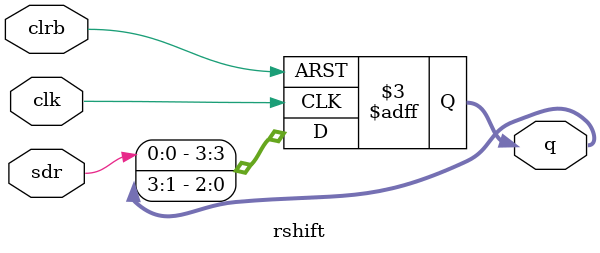
<source format=v>
module rshift(input clk,input clrb,input sdr,output reg [3:0]q);
always @(posedge(clk),negedge(clrb))
if(~clrb)
q<=4'b0000;
else
q<={sdr,q[3:1]};
endmodule
</source>
